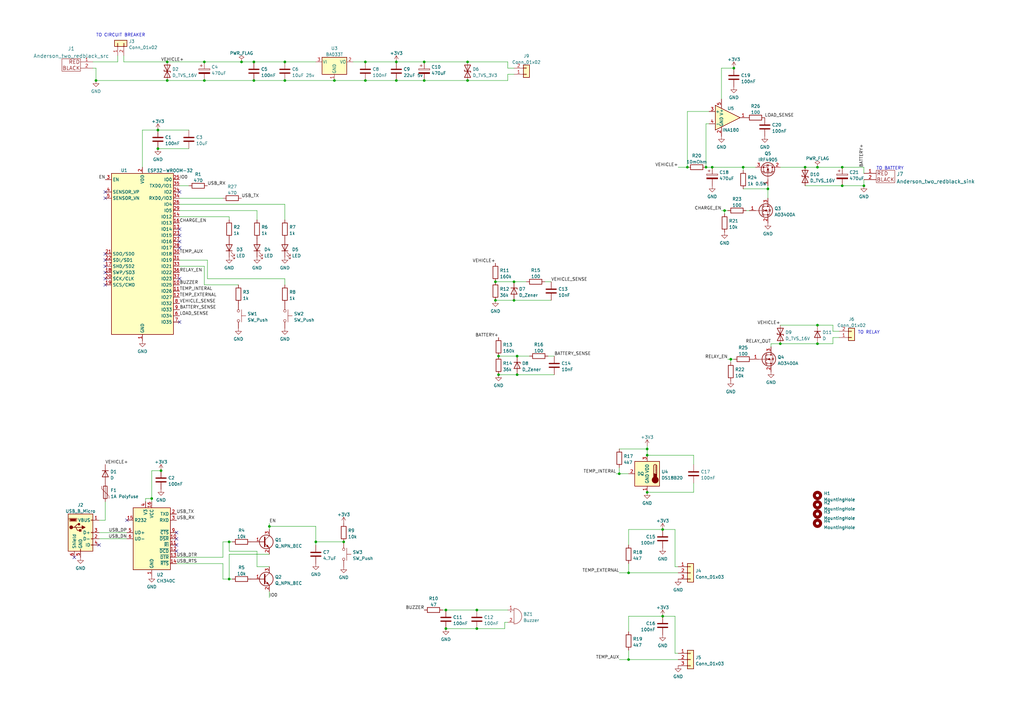
<source format=kicad_sch>
(kicad_sch (version 20211123) (generator eeschema)
  (paper "A3")
  (junction (at 182.88 250.19))
  (junction (at 212.09 146.05))
  (junction (at 354.33 76.2))
  (junction (at 345.44 68.58))
  (junction (at 210.82 123.19))
  (junction (at 116.84 25.4))
  (junction (at 182.88 257.81))
  (junction (at 129.54 222.25))
  (junction (at 191.77 33.02))
  (junction (at 204.47 153.67))
  (junction (at 281.94 68.58))
  (junction (at 257.81 270.51))
  (junction (at 204.47 146.05))
  (junction (at 320.04 140.97))
  (junction (at 203.2 115.57))
  (junction (at 68.58 25.4))
  (junction (at 254 194.31))
  (junction (at 335.28 133.35))
  (junction (at 110.49 215.9))
  (junction (at 62.23 204.47))
  (junction (at 330.2 68.58))
  (junction (at 64.77 53.34))
  (junction (at 173.99 25.4))
  (junction (at 104.14 33.02))
  (junction (at 271.78 252.73))
  (junction (at 304.8 68.58))
  (junction (at 162.56 25.4))
  (junction (at 335.28 68.58))
  (junction (at 289.56 68.58))
  (junction (at 210.82 115.57))
  (junction (at 173.99 33.02))
  (junction (at 99.06 25.4))
  (junction (at 212.09 153.67))
  (junction (at 257.81 234.95))
  (junction (at 93.98 222.25))
  (junction (at 93.98 237.49))
  (junction (at 83.82 33.02))
  (junction (at 300.99 27.94))
  (junction (at 195.58 250.19))
  (junction (at 297.18 86.36))
  (junction (at 64.77 60.96))
  (junction (at 104.14 25.4))
  (junction (at 39.37 33.02))
  (junction (at 116.84 33.02))
  (junction (at 203.2 123.19))
  (junction (at 345.44 76.2))
  (junction (at 195.58 257.81))
  (junction (at 140.97 222.25))
  (junction (at 271.78 217.17))
  (junction (at 68.58 33.02))
  (junction (at 335.28 140.97))
  (junction (at 292.1 68.58))
  (junction (at 299.72 147.32))
  (junction (at 83.82 25.4))
  (junction (at 149.86 33.02))
  (junction (at 265.43 186.69))
  (junction (at 137.16 33.02))
  (junction (at 265.43 184.15))
  (junction (at 191.77 25.4))
  (junction (at 149.86 25.4))
  (junction (at 265.43 201.93))
  (junction (at 162.56 33.02))
  (junction (at 66.04 193.04))
  (junction (at 314.96 77.47))
  (no_connect (at 73.66 93.98))
  (no_connect (at 73.66 96.52))
  (no_connect (at 43.18 106.68))
  (no_connect (at 43.18 78.74))
  (no_connect (at 43.18 111.76))
  (no_connect (at 73.66 78.74))
  (no_connect (at 43.18 104.14))
  (no_connect (at 43.18 114.3))
  (no_connect (at 73.66 101.6))
  (no_connect (at 43.18 109.22))
  (no_connect (at 73.66 114.3))
  (no_connect (at 73.66 132.08))
  (no_connect (at 73.66 99.06))
  (no_connect (at 43.18 81.28))
  (no_connect (at 43.18 116.84))
  (no_connect (at 72.39 226.06))
  (no_connect (at 40.64 223.52))
  (no_connect (at 72.39 218.44))
  (no_connect (at 72.39 223.52))
  (no_connect (at 52.07 213.36))
  (no_connect (at 30.48 228.6))
  (no_connect (at 72.39 220.98))
  (wire (pts (xy 345.44 68.58) (xy 354.33 68.58)))
  (wire (pts (xy 335.28 140.97) (xy 341.63 140.97)))
  (wire (pts (xy 354.33 68.58) (xy 354.33 71.12)))
  (wire (pts (xy 299.72 148.59) (xy 299.72 147.32)))
  (wire (pts (xy 210.82 123.19) (xy 226.06 123.19)))
  (wire (pts (xy 110.49 214.63) (xy 110.49 215.9)))
  (wire (pts (xy 104.14 33.02) (xy 116.84 33.02)))
  (wire (pts (xy 137.16 33.02) (xy 149.86 33.02)))
  (wire (pts (xy 212.09 146.05) (xy 217.17 146.05)))
  (wire (pts (xy 129.54 222.25) (xy 140.97 222.25)))
  (wire (pts (xy 85.09 114.3) (xy 116.84 114.3)))
  (wire (pts (xy 295.91 86.36) (xy 297.18 86.36)))
  (wire (pts (xy 295.91 27.94) (xy 300.99 27.94)))
  (wire (pts (xy 210.82 27.94) (xy 208.28 27.94)))
  (wire (pts (xy 83.82 33.02) (xy 104.14 33.02)))
  (wire (pts (xy 129.54 215.9) (xy 110.49 215.9)))
  (wire (pts (xy 208.28 27.94) (xy 208.28 25.4)))
  (wire (pts (xy 316.23 142.24) (xy 316.23 140.97)))
  (wire (pts (xy 208.28 30.48) (xy 210.82 30.48)))
  (wire (pts (xy 110.49 215.9) (xy 110.49 217.17)))
  (wire (pts (xy 210.82 115.57) (xy 215.9 115.57)))
  (wire (pts (xy 129.54 222.25) (xy 129.54 215.9)))
  (wire (pts (xy 304.8 68.58) (xy 309.88 68.58)))
  (wire (pts (xy 276.86 252.73) (xy 276.86 267.97)))
  (wire (pts (xy 110.49 227.33) (xy 93.98 227.33)))
  (wire (pts (xy 64.77 53.34) (xy 58.42 53.34)))
  (wire (pts (xy 40.64 218.44) (xy 52.07 218.44)))
  (wire (pts (xy 330.2 68.58) (xy 335.28 68.58)))
  (wire (pts (xy 73.66 106.68) (xy 85.09 106.68)))
  (wire (pts (xy 83.82 116.84) (xy 83.82 109.22)))
  (wire (pts (xy 195.58 257.81) (xy 182.88 257.81)))
  (wire (pts (xy 284.48 186.69) (xy 265.43 186.69)))
  (wire (pts (xy 64.77 53.34) (xy 77.47 53.34)))
  (wire (pts (xy 105.41 232.41) (xy 110.49 232.41)))
  (wire (pts (xy 62.23 193.04) (xy 62.23 204.47)))
  (wire (pts (xy 116.84 25.4) (xy 129.54 25.4)))
  (wire (pts (xy 149.86 33.02) (xy 162.56 33.02)))
  (wire (pts (xy 62.23 204.47) (xy 59.69 204.47)))
  (wire (pts (xy 116.84 33.02) (xy 137.16 33.02)))
  (wire (pts (xy 254 194.31) (xy 257.81 194.31)))
  (wire (pts (xy 289.56 50.8) (xy 290.83 50.8)))
  (wire (pts (xy 93.98 227.33) (xy 93.98 237.49)))
  (wire (pts (xy 95.25 237.49) (xy 93.98 237.49)))
  (wire (pts (xy 50.8 25.4) (xy 68.58 25.4)))
  (wire (pts (xy 304.8 68.58) (xy 304.8 69.85)))
  (wire (pts (xy 191.77 33.02) (xy 208.28 33.02)))
  (wire (pts (xy 344.17 135.89) (xy 341.63 135.89)))
  (wire (pts (xy 320.04 68.58) (xy 330.2 68.58)))
  (wire (pts (xy 73.66 88.9) (xy 93.98 88.9)))
  (wire (pts (xy 39.37 33.02) (xy 68.58 33.02)))
  (wire (pts (xy 99.06 25.4) (xy 104.14 25.4)))
  (wire (pts (xy 73.66 76.2) (xy 77.47 76.2)))
  (wire (pts (xy 110.49 245.11) (xy 110.49 242.57)))
  (wire (pts (xy 68.58 33.02) (xy 83.82 33.02)))
  (wire (pts (xy 316.23 140.97) (xy 320.04 140.97)))
  (wire (pts (xy 116.84 90.17) (xy 116.84 83.82)))
  (wire (pts (xy 59.69 204.47) (xy 59.69 205.74)))
  (wire (pts (xy 173.99 25.4) (xy 191.77 25.4)))
  (wire (pts (xy 93.98 226.06) (xy 105.41 226.06)))
  (wire (pts (xy 257.81 266.7) (xy 257.81 270.51)))
  (wire (pts (xy 93.98 90.17) (xy 93.98 88.9)))
  (wire (pts (xy 207.01 255.27) (xy 207.01 257.81)))
  (wire (pts (xy 40.64 213.36) (xy 43.18 213.36)))
  (wire (pts (xy 276.86 252.73) (xy 271.78 252.73)))
  (wire (pts (xy 91.44 228.6) (xy 91.44 222.25)))
  (wire (pts (xy 257.81 231.14) (xy 257.81 234.95)))
  (wire (pts (xy 104.14 25.4) (xy 116.84 25.4)))
  (wire (pts (xy 207.01 257.81) (xy 195.58 257.81)))
  (wire (pts (xy 38.1 27.94) (xy 39.37 27.94)))
  (wire (pts (xy 38.1 25.4) (xy 48.26 25.4)))
  (wire (pts (xy 295.91 40.64) (xy 295.91 27.94)))
  (wire (pts (xy 93.98 222.25) (xy 95.25 222.25)))
  (wire (pts (xy 354.33 73.66) (xy 354.33 76.2)))
  (wire (pts (xy 85.09 106.68) (xy 85.09 114.3)))
  (wire (pts (xy 257.81 217.17) (xy 271.78 217.17)))
  (wire (pts (xy 58.42 53.34) (xy 58.42 68.58)))
  (wire (pts (xy 276.86 217.17) (xy 271.78 217.17)))
  (wire (pts (xy 204.47 146.05) (xy 212.09 146.05)))
  (wire (pts (xy 208.28 33.02) (xy 208.28 30.48)))
  (wire (pts (xy 97.79 116.84) (xy 83.82 116.84)))
  (wire (pts (xy 335.28 68.58) (xy 345.44 68.58)))
  (wire (pts (xy 290.83 45.72) (xy 281.94 45.72)))
  (wire (pts (xy 149.86 25.4) (xy 162.56 25.4)))
  (wire (pts (xy 278.13 68.58) (xy 281.94 68.58)))
  (wire (pts (xy 195.58 250.19) (xy 208.28 250.19)))
  (wire (pts (xy 39.37 27.94) (xy 39.37 33.02)))
  (wire (pts (xy 105.41 90.17) (xy 105.41 86.36)))
  (wire (pts (xy 314.96 77.47) (xy 314.96 76.2)))
  (wire (pts (xy 203.2 115.57) (xy 210.82 115.57)))
  (wire (pts (xy 330.2 76.2) (xy 345.44 76.2)))
  (wire (pts (xy 306.07 86.36) (xy 307.34 86.36)))
  (wire (pts (xy 341.63 133.35) (xy 335.28 133.35)))
  (wire (pts (xy 212.09 153.67) (xy 227.33 153.67)))
  (wire (pts (xy 297.18 86.36) (xy 298.45 86.36)))
  (wire (pts (xy 224.79 146.05) (xy 227.33 146.05)))
  (wire (pts (xy 276.86 217.17) (xy 276.86 232.41)))
  (wire (pts (xy 105.41 86.36) (xy 73.66 86.36)))
  (wire (pts (xy 181.61 250.19) (xy 182.88 250.19)))
  (wire (pts (xy 64.77 60.96) (xy 77.47 60.96)))
  (wire (pts (xy 344.17 138.43) (xy 341.63 138.43)))
  (wire (pts (xy 66.04 193.04) (xy 62.23 193.04)))
  (wire (pts (xy 254 191.77) (xy 254 194.31)))
  (wire (pts (xy 265.43 184.15) (xy 265.43 186.69)))
  (wire (pts (xy 265.43 201.93) (xy 284.48 201.93)))
  (wire (pts (xy 284.48 198.12) (xy 284.48 201.93)))
  (wire (pts (xy 341.63 135.89) (xy 341.63 133.35)))
  (wire (pts (xy 276.86 232.41) (xy 278.13 232.41)))
  (wire (pts (xy 254 234.95) (xy 257.81 234.95)))
  (wire (pts (xy 93.98 222.25) (xy 93.98 226.06)))
  (wire (pts (xy 50.8 22.86) (xy 50.8 25.4)))
  (wire (pts (xy 93.98 237.49) (xy 91.44 237.49)))
  (wire (pts (xy 116.84 114.3) (xy 116.84 116.84)))
  (wire (pts (xy 162.56 25.4) (xy 173.99 25.4)))
  (wire (pts (xy 320.04 140.97) (xy 335.28 140.97)))
  (wire (pts (xy 257.81 270.51) (xy 278.13 270.51)))
  (wire (pts (xy 83.82 109.22) (xy 73.66 109.22)))
  (wire (pts (xy 203.2 123.19) (xy 210.82 123.19)))
  (wire (pts (xy 292.1 68.58) (xy 289.56 68.58)))
  (wire (pts (xy 144.78 25.4) (xy 149.86 25.4)))
  (wire (pts (xy 173.99 33.02) (xy 191.77 33.02)))
  (wire (pts (xy 40.64 220.98) (xy 52.07 220.98)))
  (wire (pts (xy 341.63 138.43) (xy 341.63 140.97)))
  (wire (pts (xy 304.8 77.47) (xy 314.96 77.47)))
  (wire (pts (xy 162.56 33.02) (xy 173.99 33.02)))
  (wire (pts (xy 252.73 194.31) (xy 254 194.31)))
  (wire (pts (xy 297.18 86.36) (xy 297.18 87.63)))
  (wire (pts (xy 292.1 68.58) (xy 304.8 68.58)))
  (wire (pts (xy 208.28 255.27) (xy 207.01 255.27)))
  (wire (pts (xy 83.82 25.4) (xy 99.06 25.4)))
  (wire (pts (xy 254 184.15) (xy 265.43 184.15)))
  (wire (pts (xy 314.96 77.47) (xy 314.96 81.28)))
  (wire (pts (xy 48.26 22.86) (xy 48.26 25.4)))
  (wire (pts (xy 281.94 45.72) (xy 281.94 68.58)))
  (wire (pts (xy 204.47 153.67) (xy 212.09 153.67)))
  (wire (pts (xy 254 270.51) (xy 257.81 270.51)))
  (wire (pts (xy 320.04 133.35) (xy 335.28 133.35)))
  (wire (pts (xy 62.23 204.47) (xy 62.23 205.74)))
  (wire (pts (xy 72.39 228.6) (xy 91.44 228.6)))
  (wire (pts (xy 345.44 76.2) (xy 354.33 76.2)))
  (wire (pts (xy 257.81 223.52) (xy 257.81 217.17)))
  (wire (pts (xy 43.18 205.74) (xy 43.18 213.36)))
  (wire (pts (xy 68.58 25.4) (xy 83.82 25.4)))
  (wire (pts (xy 265.43 182.88) (xy 265.43 184.15)))
  (wire (pts (xy 191.77 25.4) (xy 208.28 25.4)))
  (wire (pts (xy 182.88 250.19) (xy 195.58 250.19)))
  (wire (pts (xy 289.56 68.58) (xy 289.56 50.8)))
  (wire (pts (xy 105.41 226.06) (xy 105.41 232.41)))
  (wire (pts (xy 257.81 259.08) (xy 257.81 252.73)))
  (wire (pts (xy 257.81 234.95) (xy 278.13 234.95)))
  (wire (pts (xy 284.48 190.5) (xy 284.48 186.69)))
  (wire (pts (xy 129.54 223.52) (xy 129.54 222.25)))
  (wire (pts (xy 91.44 237.49) (xy 91.44 231.14)))
  (wire (pts (xy 72.39 231.14) (xy 91.44 231.14)))
  (wire (pts (xy 299.72 147.32) (xy 300.99 147.32)))
  (wire (pts (xy 298.45 147.32) (xy 299.72 147.32)))
  (wire (pts (xy 116.84 83.82) (xy 73.66 83.82)))
  (wire (pts (xy 223.52 115.57) (xy 226.06 115.57)))
  (wire (pts (xy 276.86 267.97) (xy 278.13 267.97)))
  (wire (pts (xy 73.66 81.28) (xy 91.44 81.28)))
  (wire (pts (xy 257.81 252.73) (xy 271.78 252.73)))
  (wire (pts (xy 91.44 222.25) (xy 93.98 222.25)))
  (text "TO RELAY" (at 351.79 137.16 0) (effects (font (size 1.27 1.27)) (justify left bottom)))
  (text "TO BATTERY" (at 359.41 69.85 0) (effects (font (size 1.27 1.27)) (justify left bottom)))
  (text "TO CIRCUIT BREAKER" (at 39.37 15.24 0) (effects (font (size 1.27 1.27)) (justify left bottom)))
  (label "VEHICLE+" (at 43.18 190.5 0))
  (label "USB_RX" (at 85.09 76.2 0))
  (label "LOAD_SENSE" (at 73.66 129.54 0))
  (label "VEHICLE+" (at 320.04 133.35 180))
  (label "TEMP_INTERAL" (at 252.73 194.31 180))
  (label "LOAD_SENSE" (at 313.69 48.26 0))
  (label "USB_DTR" (at 72.39 228.6 0))
  (label "USB_TX" (at 72.39 210.82 0))
  (label "USB_DP" (at 52.07 218.44 180))
  (label "USB_TX" (at 99.06 81.28 0))
  (label "RELAY_OUT" (at 316.23 140.97 180))
  (label "BUZZER" (at 73.66 116.84 0))
  (label "IO0" (at 110.49 245.11 0))
  (label "VEHICLE+" (at 66.04 25.4 0))
  (label "TEMP_AUX" (at 254 270.51 180))
  (label "CHARGE_EN" (at 73.66 91.44 0))
  (label "VEHICLE_SENSE" (at 226.06 115.57 0))
  (label "EN" (at 43.18 73.66 180))
  (label "BATTERY_SENSE" (at 227.33 146.05 0))
  (label "EN" (at 110.49 214.63 0))
  (label "BATTERY+" (at 354.33 68.58 90))
  (label "IO0" (at 73.66 73.66 0))
  (label "VEHICLE_SENSE" (at 73.66 124.46 0))
  (label "VEHICLE+" (at 278.13 68.58 180))
  (label "BATTERY+" (at 204.47 138.43 180))
  (label "USB_RX" (at 72.39 213.36 0))
  (label "TEMP_INTERAL" (at 73.66 119.38 0))
  (label "VEHICLE+" (at 203.2 107.95 180))
  (label "BATTERY_SENSE" (at 73.66 127 0))
  (label "RELAY_EN" (at 298.45 147.32 180))
  (label "TEMP_EXTERNAL" (at 254 234.95 180))
  (label "TEMP_AUX" (at 73.66 104.14 0))
  (label "RELAY_EN" (at 73.66 111.76 0))
  (label "USB_RTS" (at 72.39 231.14 0))
  (label "BUZZER" (at 173.99 250.19 180))
  (label "TEMP_EXTERNAL" (at 73.66 121.92 0))
  (label "CHARGE_EN" (at 295.91 86.36 180))
  (label "USB_DN" (at 52.07 220.98 180))
  (symbol (lib_id "Device:R") (at 204.47 149.86 0) (unit 1)
    (property "Reference" "R14" (at 206.248 149.0253 0) (effects (justify left)))
    (property "Value" "36k" (at 206.248 151.5622 0) (effects (justify left)))
    (property "Footprint" "Resistor_SMD:R_0603_1608Metric" (effects hide))
    (property "LCSC" "C23147" (effects hide))
  )
  (symbol (lib_id "Device:C") (at 149.86 29.21 0) (unit 1)
    (property "Reference" "C8" (at 152.781 28.3753 0) (effects (justify left)))
    (property "Value" "100nF" (at 152.781 30.9122 0) (effects (justify left)))
    (property "Footprint" "Capacitor_SMD:C_0402_1005Metric" (effects hide))
    (property "LCSC" "C307331" (effects hide))
  )
  (symbol (lib_id "power:GND") (at 58.42 139.7 0) (unit 1)
    (property "Reference" "#PWR03" (effects hide))
    (property "Value" "GND" (at 58.42 144.1434 0))
  )
  (symbol (lib_id "Transistor_FET:AO3400A") (at 312.42 86.36 0) (unit 1)
    (property "Reference" "Q3" (at 317.627 85.5253 0) (effects (justify left)))
    (property "Value" "AO3400A" (at 317.627 88.0622 0) (effects (justify left)))
    (property "Footprint" "Package_TO_SOT_SMD:SOT-23" (effects hide))
    (property "Datasheet" "http://www.aosmd.com/pdfs/datasheet/AO3400A.pdf" (effects hide))
    (property "LCSC" "C20917" (effects hide))
  )
  (symbol (lib_id "Device:R") (at 304.8 147.32 90) (unit 1)
    (property "Reference" "R25" (at 304.8 142.6042 90))
    (property "Value" "100" (at 304.8 145.1411 90))
    (property "Footprint" "Resistor_SMD:R_0402_1005Metric" (effects hide))
    (property "LCSC" "C25076" (effects hide))
  )
  (symbol (lib_id "Device:C") (at 116.84 29.21 0) (unit 1)
    (property "Reference" "C6" (at 119.761 28.3753 0) (effects (justify left)))
    (property "Value" "10uF 25v" (at 119.761 30.9122 0) (effects (justify left)))
    (property "Footprint" "Capacitor_SMD:C_0805_2012Metric" (effects hide))
    (property "LCSC" "C440198" (effects hide))
  )
  (symbol (lib_id "power:GND") (at 204.47 153.67 0) (unit 1)
    (property "Reference" "#PWR020" (effects hide))
    (property "Value" "GND" (at 204.47 158.1134 0))
  )
  (symbol (lib_id "Device:C") (at 195.58 254 0) (unit 1)
    (property "Reference" "C12" (at 198.501 253.1653 0) (effects (justify left)))
    (property "Value" "100nF" (at 198.501 255.7022 0) (effects (justify left)))
    (property "Footprint" "Capacitor_SMD:C_0402_1005Metric" (effects hide))
    (property "LCSC" "C307331" (effects hide))
  )
  (symbol (lib_id "power:GND") (at 116.84 105.41 0) (unit 1)
    (property "Reference" "#PWR012" (effects hide))
    (property "Value" "GND" (at 116.84 109.8534 0))
  )
  (symbol (lib_id "power:GND") (at 316.23 152.4 0) (unit 1)
    (property "Reference" "#PWR037" (effects hide))
    (property "Value" "GND" (at 316.23 156.8434 0))
  )
  (symbol (lib_id "Connector_Generic:Conn_01x02") (at 349.25 138.43 0) (mirror x) (unit 1)
    (property "Reference" "J6" (at 349.25 130.9202 0))
    (property "Value" "Conn_01x02" (at 349.25 133.4571 0))
    (property "Footprint" "Homebrew:MiniPV_76384-X02XX_1x02_P2.54mm_Vertical" (effects hide))
  )
  (symbol (lib_id "Homebrew:BA033T") (at 137.16 25.4 0) (unit 1)
    (property "Reference" "U3" (at 137.16 19.7952 0))
    (property "Value" "BA033T" (at 137.16 22.3321 0))
    (property "Footprint" "Package_TO_SOT_THT:TO-220-3_Vertical" (effects hide))
    (property "Datasheet" "https://media.digikey.com/pdf/Data%20Sheets/Rohm%20PDFs/BAOOT,FP%20Series.pdf" (effects hide))
    (property "MPN" "BA033T" (effects hide))
  )
  (symbol (lib_id "Device:C") (at 66.04 196.85 180) (unit 1)
    (property "Reference" "C2" (at 68.961 196.0153 0) (effects (justify right)))
    (property "Value" "100nF" (at 68.961 198.5522 0) (effects (justify right)))
    (property "Footprint" "Capacitor_SMD:C_0402_1005Metric" (effects hide))
    (property "LCSC" "C307331" (effects hide))
  )
  (symbol (lib_id "power:GND") (at 129.54 231.14 0) (unit 1)
    (property "Reference" "#PWR014" (effects hide))
    (property "Value" "GND" (at 129.54 235.5834 0))
  )
  (symbol (lib_id "power:+3V3") (at 66.04 193.04 0) (unit 1)
    (property "Reference" "#PWR07" (effects hide))
    (property "Value" "+3V3" (at 66.04 189.4642 0))
  )
  (symbol (lib_id "power:GND") (at 295.91 55.88 0) (unit 1)
    (property "Reference" "#PWR030" (effects hide))
    (property "Value" "GND" (at 295.91 60.3234 0))
  )
  (symbol (lib_id "power:GND") (at 105.41 105.41 0) (unit 1)
    (property "Reference" "#PWR011" (effects hide))
    (property "Value" "GND" (at 105.41 109.8534 0))
  )
  (symbol (lib_id "power:PWR_FLAG") (at 99.06 25.4 0) (unit 1)
    (property "Reference" "#FLG01" (effects hide))
    (property "Value" "PWR_FLAG" (at 99.06 21.8242 0))
  )
  (symbol (lib_id "power:GND") (at 271.78 224.79 0) (mirror y) (unit 1)
    (property "Reference" "#PWR024" (effects hide))
    (property "Value" "GND" (at 271.78 229.2334 0))
  )
  (symbol (lib_id "Connector_Generic:Conn_01x02") (at 48.26 17.78 90) (unit 1)
    (property "Reference" "J3" (at 52.832 16.9453 90) (effects (justify right)))
    (property "Value" "Conn_01x02" (at 52.832 19.4822 90) (effects (justify right)))
    (property "Footprint" "Homebrew:SolderWire-12AWG_1x02" (effects hide))
    (property "MPN" "W51-A152A1-15" (effects hide))
  )
  (symbol (lib_id "Device:C") (at 129.54 227.33 0) (unit 1)
    (property "Reference" "C7" (at 132.461 226.4953 0) (effects (justify left)))
    (property "Value" "4.7uF" (at 132.461 229.0322 0) (effects (justify left)))
    (property "Footprint" "Capacitor_SMD:C_0402_1005Metric" (effects hide))
    (property "LCSC" "C23733" (effects hide))
  )
  (symbol (lib_id "Device:R") (at 204.47 142.24 0) (unit 1)
    (property "Reference" "R13" (at 206.248 141.4053 0) (effects (justify left)))
    (property "Value" "160k" (at 206.248 143.9422 0) (effects (justify left)))
    (property "Footprint" "Resistor_SMD:R_0603_1608Metric" (effects hide))
    (property "LCSC" "0603" (effects hide))
  )
  (symbol (lib_id "Connector_Generic:Conn_01x03") (at 283.21 270.51 0) (unit 1)
    (property "Reference" "J5" (at 285.242 269.6753 0) (effects (justify left)))
    (property "Value" "Conn_01x03" (at 285.242 272.2122 0) (effects (justify left)))
    (property "Footprint" "Homebrew:MiniPV_69167-X03XXX_1x03_P2.54mm_Polarized_Vertical" (effects hide))
  )
  (symbol (lib_id "Device:C") (at 64.77 57.15 0) (unit 1)
    (property "Reference" "C1" (at 67.691 56.3153 0) (effects (justify left)))
    (property "Value" "100nF" (at 67.691 58.8522 0) (effects (justify left)))
    (property "Footprint" "Capacitor_SMD:C_0402_1005Metric" (effects hide))
    (property "LCSC" "C307331" (effects hide))
  )
  (symbol (lib_id "power:GND") (at 278.13 237.49 0) (unit 1)
    (property "Reference" "#PWR027" (effects hide))
    (property "Value" "GND" (at 278.13 241.9334 0))
  )
  (symbol (lib_id "Device:C") (at 313.69 52.07 0) (unit 1)
    (property "Reference" "C20" (at 316.611 51.2353 0) (effects (justify left)))
    (property "Value" "100nF" (at 316.611 53.7722 0) (effects (justify left)))
    (property "Footprint" "Capacitor_SMD:C_0402_1005Metric" (effects hide))
    (property "LCSC" "C307331" (effects hide))
  )
  (symbol (lib_id "Device:C") (at 182.88 254 0) (unit 1)
    (property "Reference" "C11" (at 185.801 253.1653 0) (effects (justify left)))
    (property "Value" "100nF" (at 185.801 255.7022 0) (effects (justify left)))
    (property "Footprint" "Capacitor_SMD:C_0402_1005Metric" (effects hide))
    (property "LCSC" "C307331" (effects hide))
  )
  (symbol (lib_id "Mechanical:MountingHole") (at 335.28 210.82 0) (unit 1)
    (property "Reference" "H3" (at 337.82 209.9853 0) (effects (justify left)))
    (property "Value" "MountingHole" (at 337.82 212.5222 0) (effects (justify left)))
    (property "Footprint" "MountingHole:MountingHole_3.2mm_M3" (effects hide))
  )
  (symbol (lib_id "Device:C") (at 271.78 256.54 0) (mirror y) (unit 1)
    (property "Reference" "C16" (at 268.859 255.7053 0) (effects (justify left)))
    (property "Value" "100nF" (at 268.859 258.2422 0) (effects (justify left)))
    (property "Footprint" "Capacitor_SMD:C_0402_1005Metric" (effects hide))
    (property "LCSC" "C307331" (effects hide))
  )
  (symbol (lib_id "Device:C") (at 300.99 31.75 0) (unit 1)
    (property "Reference" "C19" (at 303.911 30.9153 0) (effects (justify left)))
    (property "Value" "100nF" (at 303.911 33.4522 0) (effects (justify left)))
    (property "Footprint" "Capacitor_SMD:C_0402_1005Metric" (effects hide))
    (property "LCSC" "C307331" (effects hide))
  )
  (symbol (lib_id "Device:R") (at 254 187.96 0) (unit 1)
    (property "Reference" "R17" (at 255.778 187.1253 0) (effects (justify left)))
    (property "Value" "4k7" (at 255.778 189.6622 0) (effects (justify left)))
    (property "Footprint" "Resistor_SMD:R_0402_1005Metric" (effects hide))
    (property "LCSC" "C25900" (effects hide))
  )
  (symbol (lib_id "Switch:SW_Push") (at 116.84 129.54 270) (unit 1)
    (property "Reference" "SW2" (at 120.523 128.7053 90) (effects (justify left)))
    (property "Value" "SW_Push" (at 120.523 131.2422 90) (effects (justify left)))
    (property "Footprint" "Homebrew:SW_TACTILE_5.1MM_TS-1187A-C-D-B" (effects hide))
    (property "LCSC" "C318884" (effects hide))
  )
  (symbol (lib_id "power:+3V3") (at 300.99 27.94 0) (unit 1)
    (property "Reference" "#PWR033" (effects hide))
    (property "Value" "+3V3" (at 300.99 24.3642 0))
  )
  (symbol (lib_id "Device:D_TVS") (at 191.77 29.21 90) (unit 1)
    (property "Reference" "D6" (at 193.802 28.3753 90) (effects (justify right)))
    (property "Value" "D_TVS_3V3" (at 193.802 30.9122 90) (effects (justify right)))
    (property "Footprint" "Diode_SMD:D_SMB" (effects hide))
    (property "MPN" "SMBJ4CA" (effects hide))
  )
  (symbol (lib_id "Device:D_TVS") (at 68.58 29.21 90) (unit 1)
    (property "Reference" "D2" (at 70.612 28.3753 90) (effects (justify right)))
    (property "Value" "D_TVS_16V" (at 70.612 30.9122 90) (effects (justify right)))
    (property "Footprint" "Diode_SMD:D_SMB" (effects hide))
    (property "MPN" "SMBJ16CA" (effects hide))
  )
  (symbol (lib_id "Device:C") (at 226.06 119.38 0) (unit 1)
    (property "Reference" "C13" (at 228.981 118.5453 0) (effects (justify left)))
    (property "Value" "10nF" (at 228.981 121.0822 0) (effects (justify left)))
    (property "Footprint" "Capacitor_SMD:C_0402_1005Metric" (effects hide))
    (property "LCSC" "0402" (effects hide))
  )
  (symbol (lib_id "Device:R") (at 257.81 262.89 0) (unit 1)
    (property "Reference" "R19" (at 259.588 262.0553 0) (effects (justify left)))
    (property "Value" "4k7" (at 259.588 264.5922 0) (effects (justify left)))
    (property "Footprint" "Resistor_SMD:R_0402_1005Metric" (effects hide))
    (property "LCSC" "C25900" (effects hide))
  )
  (symbol (lib_id "Device:LED") (at 93.98 101.6 90) (unit 1)
    (property "Reference" "D3" (at 96.901 102.3528 90) (effects (justify right)))
    (property "Value" "LED" (at 96.901 104.8897 90) (effects (justify right)))
    (property "Footprint" "LED_SMD:LED_0603_1608Metric" (effects hide))
    (property "LCSC" "C2286" (effects hide))
  )
  (symbol (lib_id "Device:R") (at 93.98 93.98 180) (unit 1)
    (property "Reference" "R2" (at 95.758 93.1453 0) (effects (justify right)))
    (property "Value" "1k" (at 95.758 95.6822 0) (effects (justify right)))
    (property "Footprint" "Resistor_SMD:R_0402_1005Metric" (effects hide))
    (property "LCSC" "C11702" (effects hide))
  )
  (symbol (lib_id "Device:C") (at 284.48 194.31 0) (unit 1)
    (property "Reference" "C17" (at 287.401 193.4753 0) (effects (justify left)))
    (property "Value" "100nF" (at 287.401 196.0122 0) (effects (justify left)))
    (property "Footprint" "Capacitor_SMD:C_0402_1005Metric" (effects hide))
    (property "LCSC" "C307331" (effects hide))
  )
  (symbol (lib_id "Device:R") (at 304.8 73.66 180) (unit 1)
    (property "Reference" "R24" (at 306.578 72.8253 0) (effects (justify right)))
    (property "Value" "1k 0.5W" (at 306.578 75.3622 0) (effects (justify right)))
    (property "Footprint" "Resistor_SMD:R_2512_6332Metric_Pad1.40x3.35mm_HandSolder" (effects hide))
    (property "MPN" "CRM2512-JW-102ELF" (effects hide))
  )
  (symbol (lib_id "Device:Q_NPN_BEC") (at 107.95 222.25 0) (unit 1)
    (property "Reference" "Q1" (at 112.8014 221.4153 0) (effects (justify left)))
    (property "Value" "Q_NPN_BEC" (at 112.8014 223.9522 0) (effects (justify left)))
    (property "Footprint" "Package_TO_SOT_SMD:SOT-23" (effects hide))
    (property "LCSC" "C2150" (effects hide))
  )
  (symbol (lib_id "Device:R") (at 105.41 93.98 180) (unit 1)
    (property "Reference" "R6" (at 107.188 93.1453 0) (effects (justify right)))
    (property "Value" "1k" (at 107.188 95.6822 0) (effects (justify right)))
    (property "Footprint" "Resistor_SMD:R_0402_1005Metric" (effects hide))
    (property "LCSC" "C11702" (effects hide))
  )
  (symbol (lib_id "Device:R") (at 219.71 115.57 90) (unit 1)
    (property "Reference" "R15" (at 219.71 110.8542 90))
    (property "Value" "100" (at 219.71 113.3911 90))
    (property "Footprint" "Resistor_SMD:R_0402_1005Metric" (effects hide))
    (property "LCSC" "C25076" (effects hide))
  )
  (symbol (lib_id "power:GND") (at 278.13 273.05 0) (unit 1)
    (property "Reference" "#PWR028" (effects hide))
    (property "Value" "GND" (at 278.13 277.4934 0))
  )
  (symbol (lib_id "Amplifier_Current:INA180") (at 298.45 48.26 0) (unit 1)
    (property "Reference" "U5" (at 299.72 44.45 0))
    (property "Value" "INA180" (at 299.72 53.34 0))
    (property "Footprint" "Package_TO_SOT_SMD:SOT-23-5" (effects hide))
    (property "Datasheet" "http://www.ti.com/lit/ds/symlink/ina180.pdf" (effects hide))
    (property "LCSC" "C192764" (effects hide))
    (property "MPN" "INA180A1IDBVR" (effects hide))
  )
  (symbol (lib_id "Device:C_Polarized") (at 292.1 72.39 0) (unit 1)
    (property "Reference" "C18" (at 295.021 70.6663 0) (effects (justify left)))
    (property "Value" "470uF" (at 295.021 73.2032 0) (effects (justify left)))
    (property "Footprint" "Capacitor_THT:CP_Radial_D10.0mm_P5.00mm" (effects hide))
  )
  (symbol (lib_id "Device:R") (at 309.88 48.26 90) (unit 1)
    (property "Reference" "R26" (at 309.88 43.5442 90))
    (property "Value" "100" (at 309.88 46.0811 90))
    (property "Footprint" "Resistor_SMD:R_0402_1005Metric" (effects hide))
    (property "LCSC" "C25076" (effects hide))
  )
  (symbol (lib_id "power:GND") (at 292.1 76.2 0) (unit 1)
    (property "Reference" "#PWR029" (effects hide))
    (property "Value" "GND" (at 292.1 80.6434 0))
  )
  (symbol (lib_id "power:PWR_FLAG") (at 335.28 68.58 0) (unit 1)
    (property "Reference" "#FLG02" (effects hide))
    (property "Value" "PWR_FLAG" (at 335.28 65.0042 0))
  )
  (symbol (lib_id "Homebrew:Anderson_two_redblack_src") (at 29.21 26.67 0) (mirror y) (unit 1)
    (property "Reference" "J1" (at 29.21 19.9462 0) (effects (font (size 1.524 1.524))))
    (property "Value" "Anderson_two_redblack_src" (at 29.21 22.9396 0) (effects (font (size 1.524 1.524))))
    (property "Footprint" "Homebrew:Anderson_1336G1_right_angle_bottom_two" (effects hide))
  )
  (symbol (lib_id "Device:R") (at 302.26 86.36 90) (unit 1)
    (property "Reference" "R23" (at 302.26 81.6442 90))
    (property "Value" "100" (at 302.26 84.1811 90))
    (property "Footprint" "Resistor_SMD:R_0402_1005Metric" (effects hide))
    (property "LCSC" "C25076" (effects hide))
  )
  (symbol (lib_id "Mechanical:MountingHole") (at 335.28 203.2 0) (unit 1)
    (property "Reference" "H1" (at 337.82 202.3653 0) (effects (justify left)))
    (property "Value" "MountingHole" (at 337.82 204.9022 0) (effects (justify left)))
    (property "Footprint" "MountingHole:MountingHole_3.2mm_M3" (effects hide))
  )
  (symbol (lib_id "Device:R") (at 203.2 119.38 0) (unit 1)
    (property "Reference" "R12" (at 204.978 118.5453 0) (effects (justify left)))
    (property "Value" "36k" (at 204.978 121.0822 0) (effects (justify left)))
    (property "Footprint" "Resistor_SMD:R_0603_1608Metric" (effects hide))
    (property "LCSC" "C23147" (effects hide))
  )
  (symbol (lib_id "Device:C") (at 162.56 29.21 0) (unit 1)
    (property "Reference" "C9" (at 165.481 28.3753 0) (effects (justify left)))
    (property "Value" "22uF 5v" (at 165.481 30.9122 0) (effects (justify left)))
    (property "Footprint" "Capacitor_SMD:C_1206_3216Metric" (effects hide))
    (property "LCSC" "C12891" (effects hide))
  )
  (symbol (lib_id "power:GND") (at 314.96 91.44 0) (unit 1)
    (property "Reference" "#PWR036" (effects hide))
    (property "Value" "GND" (at 314.96 95.8834 0))
  )
  (symbol (lib_id "power:GND") (at 140.97 232.41 0) (unit 1)
    (property "Reference" "#PWR016" (effects hide))
    (property "Value" "GND" (at 140.97 236.8534 0))
  )
  (symbol (lib_id "power:GND") (at 39.37 33.02 0) (unit 1)
    (property "Reference" "#PWR02" (effects hide))
    (property "Value" "GND" (at 39.37 37.4634 0))
  )
  (symbol (lib_id "power:+3V3") (at 162.56 25.4 0) (unit 1)
    (property "Reference" "#PWR017" (effects hide))
    (property "Value" "+3V3" (at 162.56 21.8242 0))
  )
  (symbol (lib_id "power:GND") (at 62.23 236.22 0) (unit 1)
    (property "Reference" "#PWR04" (effects hide))
    (property "Value" "GND" (at 62.23 240.6634 0))
  )
  (symbol (lib_id "Device:R") (at 95.25 81.28 90) (unit 1)
    (property "Reference" "R27" (at 95.25 76.5642 90))
    (property "Value" "470" (at 95.25 79.1011 90))
    (property "Footprint" "Resistor_SMD:R_0402_1005Metric" (effects hide))
    (property "LCSC" "C25117" (effects hide))
  )
  (symbol (lib_id "power:GND") (at 297.18 95.25 0) (unit 1)
    (property "Reference" "#PWR031" (effects hide))
    (property "Value" "GND" (at 297.18 99.6934 0))
  )
  (symbol (lib_id "power:GND") (at 182.88 257.81 0) (unit 1)
    (property "Reference" "#PWR018" (effects hide))
    (property "Value" "GND" (at 182.88 262.2534 0))
  )
  (symbol (lib_id "Device:R") (at 81.28 76.2 90) (unit 1)
    (property "Reference" "R1" (at 81.28 71.4842 90))
    (property "Value" "470" (at 81.28 74.0211 90))
    (property "Footprint" "Resistor_SMD:R_0402_1005Metric" (effects hide))
    (property "LCSC" "C25117" (effects hide))
  )
  (symbol (lib_id "power:GND") (at 66.04 200.66 0) (unit 1)
    (property "Reference" "#PWR08" (effects hide))
    (property "Value" "GND" (at 66.04 205.1034 0))
  )
  (symbol (lib_id "Device:LED") (at 105.41 101.6 90) (unit 1)
    (property "Reference" "D4" (at 108.331 102.3528 90) (effects (justify right)))
    (property "Value" "LED" (at 108.331 104.8897 90) (effects (justify right)))
    (property "Footprint" "LED_SMD:LED_0603_1608Metric" (effects hide))
    (property "LCSC" "C2286" (effects hide))
  )
  (symbol (lib_id "Device:C") (at 271.78 220.98 0) (mirror y) (unit 1)
    (property "Reference" "C15" (at 268.859 220.1453 0) (effects (justify left)))
    (property "Value" "100nF" (at 268.859 222.6822 0) (effects (justify left)))
    (property "Footprint" "Capacitor_SMD:C_0402_1005Metric" (effects hide))
    (property "LCSC" "C307331" (effects hide))
  )
  (symbol (lib_id "Device:R") (at 257.81 227.33 0) (unit 1)
    (property "Reference" "R18" (at 259.588 226.4953 0) (effects (justify left)))
    (property "Value" "4k7" (at 259.588 229.0322 0) (effects (justify left)))
    (property "Footprint" "Resistor_SMD:R_0402_1005Metric" (effects hide))
    (property "LCSC" "C25900" (effects hide))
  )
  (symbol (lib_id "Device:R") (at 203.2 111.76 0) (unit 1)
    (property "Reference" "R11" (at 204.978 110.9253 0) (effects (justify left)))
    (property "Value" "160k" (at 204.978 113.4622 0) (effects (justify left)))
    (property "Footprint" "Resistor_SMD:R_0603_1608Metric" (effects hide))
    (property "LCSC" "0603" (effects hide))
  )
  (symbol (lib_id "Mechanical:MountingHole") (at 335.28 214.63 0) (unit 1)
    (property "Reference" "H4" (at 337.82 213.7953 0) (effects (justify left)))
    (property "Value" "MountingHole" (at 337.82 216.3322 0) (effects (justify left)))
    (property "Footprint" "MountingHole:MountingHole_3.2mm_M3" (effects hide))
  )
  (symbol (lib_id "power:GND") (at 97.79 134.62 0) (unit 1)
    (property "Reference" "#PWR010" (effects hide))
    (property "Value" "GND" (at 97.79 139.0634 0))
  )
  (symbol (lib_id "Device:LED") (at 116.84 101.6 90) (unit 1)
    (property "Reference" "D5" (at 119.761 102.3528 90) (effects (justify right)))
    (property "Value" "LED" (at 119.761 104.8897 90) (effects (justify right)))
    (property "Footprint" "LED_SMD:LED_0603_1608Metric" (effects hide))
    (property "LCSC" "C2286" (effects hide))
  )
  (symbol (lib_id "Interface_USB:CH340C") (at 62.23 220.98 0) (unit 1)
    (property "Reference" "U2" (at 64.2494 235.7104 0) (effects (justify left)))
    (property "Value" "CH340C" (at 64.2494 238.2473 0) (effects (justify left)))
    (property "Footprint" "Package_SO:SOIC-16_3.9x9.9mm_P1.27mm" (effects hide))
    (property "Datasheet" "https://datasheet.lcsc.com/szlcsc/Jiangsu-Qin-Heng-CH340C_C84681.pdf" (effects hide))
    (property "LCSC" "C84681" (effects hide))
  )
  (symbol (lib_id "power:GND") (at 116.84 134.62 0) (unit 1)
    (property "Reference" "#PWR013" (effects hide))
    (property "Value" "GND" (at 116.84 139.0634 0))
  )
  (symbol (lib_id "Device:D_TVS") (at 320.04 137.16 270) (unit 1)
    (property "Reference" "D9" (at 322.072 136.3253 90) (effects (justify left)))
    (property "Value" "D_TVS_16V" (at 322.072 138.8622 90) (effects (justify left)))
    (property "Footprint" "Diode_SMD:D_SMB" (effects hide))
    (property "MPN" "SMBJ16CA" (effects hide))
  )
  (symbol (lib_id "Device:C_Polarized") (at 345.44 72.39 0) (unit 1)
    (property "Reference" "C21" (at 348.361 70.6663 0) (effects (justify left)))
    (property "Value" "470uF" (at 348.361 73.2032 0) (effects (justify left)))
    (property "Footprint" "Capacitor_THT:CP_Radial_D10.0mm_P5.00mm" (effects hide))
  )
  (symbol (lib_id "Device:C") (at 227.33 149.86 0) (unit 1)
    (property "Reference" "C14" (at 230.251 149.0253 0) (effects (justify left)))
    (property "Value" "10nF" (at 230.251 151.5622 0) (effects (justify left)))
    (property "Footprint" "Capacitor_SMD:C_0402_1005Metric" (effects hide))
    (property "LCSC" "0402" (effects hide))
  )
  (symbol (lib_id "Device:C_Polarized") (at 173.99 29.21 0) (unit 1)
    (property "Reference" "C10" (at 176.911 27.4863 0) (effects (justify left)))
    (property "Value" "470uF" (at 176.911 30.0232 0) (effects (justify left)))
    (property "Footprint" "Capacitor_THT:CP_Radial_D10.0mm_P5.00mm" (effects hide))
  )
  (symbol (lib_id "power:GND") (at 300.99 35.56 0) (unit 1)
    (property "Reference" "#PWR034" (effects hide))
    (property "Value" "GND" (at 300.99 40.0034 0))
  )
  (symbol (lib_id "Device:R") (at 297.18 91.44 180) (unit 1)
    (property "Reference" "R21" (at 298.958 90.6053 0) (effects (justify right)))
    (property "Value" "10k" (at 298.958 93.1422 0) (effects (justify right)))
    (property "Footprint" "Resistor_SMD:R_0402_1005Metric" (effects hide))
    (property "LCSC" "C25744" (effects hide))
  )
  (symbol (lib_id "power:GND") (at 271.78 260.35 0) (mirror y) (unit 1)
    (property "Reference" "#PWR026" (effects hide))
    (property "Value" "GND" (at 271.78 264.7934 0))
  )
  (symbol (lib_id "Mechanical:MountingHole") (at 335.28 207.01 0) (unit 1)
    (property "Reference" "H2" (at 337.82 206.1753 0) (effects (justify left)))
    (property "Value" "MountingHole" (at 337.82 208.7122 0) (effects (justify left)))
    (property "Footprint" "MountingHole:MountingHole_3.2mm_M3" (effects hide))
  )
  (symbol (lib_id "Transistor_FET:IRF4905") (at 314.96 71.12 270) (mirror x) (unit 1)
    (property "Reference" "Q5" (at 314.96 62.9752 90))
    (property "Value" "IRF4905" (at 314.96 65.5121 90))
    (property "Footprint" "Package_TO_SOT_THT:TO-220-3_Vertical" (effects hide))
    (property "Datasheet" "http://www.infineon.com/dgdl/irf4905.pdf?fileId=5546d462533600a4015355e32165197c" (effects hide))
    (property "MPN" "IRF4905PBF" (effects hide))
  )
  (symbol (lib_id "Device:D_TVS") (at 330.2 72.39 270) (unit 1)
    (property "Reference" "D10" (at 332.232 71.5553 90) (effects (justify left)))
    (property "Value" "D_TVS_16V" (at 332.232 74.0922 90) (effects (justify left)))
    (property "Footprint" "Diode_SMD:D_SMB" (effects hide))
    (property "MPN" "SMBJ16CA" (effects hide))
  )
  (symbol (lib_id "power:+3V3") (at 271.78 252.73 0) (mirror y) (unit 1)
    (property "Reference" "#PWR025" (effects hide))
    (property "Value" "+3V3" (at 271.78 249.1542 0))
  )
  (symbol (lib_id "Homebrew:Anderson_two_redblack_sink") (at 363.22 72.39 0) (unit 1)
    (property "Reference" "J7" (at 367.665 71.4138 0) (effects (font (size 1.524 1.524)) (justify left)))
    (property "Value" "Anderson_two_redblack_sink" (at 367.665 74.4072 0) (effects (font (size 1.524 1.524)) (justify left)))
    (property "Footprint" "Homebrew:Anderson_1336G1_right_angle_bottom_two" (effects hide))
  )
  (symbol (lib_id "Connector_Generic:Conn_01x03") (at 283.21 234.95 0) (unit 1)
    (property "Reference" "J4" (at 285.242 234.1153 0) (effects (justify left)))
    (property "Value" "Conn_01x03" (at 285.242 236.6522 0) (effects (justify left)))
    (property "Footprint" "Homebrew:MiniPV_69167-X03XXX_1x03_P2.54mm_Polarized_Vertical" (effects hide))
  )
  (symbol (lib_id "Device:C_Polarized") (at 83.82 29.21 0) (unit 1)
    (property "Reference" "C4" (at 86.741 27.4863 0) (effects (justify left)))
    (property "Value" "470uF" (at 86.741 30.0232 0) (effects (justify left)))
    (property "Footprint" "Capacitor_THT:CP_Radial_D10.0mm_P5.00mm" (effects hide))
  )
  (symbol (lib_id "power:GND") (at 299.72 156.21 0) (unit 1)
    (property "Reference" "#PWR032" (effects hide))
    (property "Value" "GND" (at 299.72 160.6534 0))
  )
  (symbol (lib_id "power:GND") (at 265.43 201.93 0) (unit 1)
    (property "Reference" "#PWR022" (effects hide))
    (property "Value" "GND" (at 265.43 206.3734 0))
  )
  (symbol (lib_id "Device:Buzzer") (at 210.82 252.73 0) (unit 1)
    (property "Reference" "BZ1" (at 214.63 251.8953 0) (effects (justify left)))
    (property "Value" "Buzzer" (at 214.63 254.4322 0) (effects (justify left)))
    (property "Footprint" "Homebrew:MURATA_PKM13EPYH4000-A0" (effects hide))
    (property "MPN" "PKM13EPYH4000-A0" (effects hide))
  )
  (symbol (lib_id "Switch:SW_Push") (at 97.79 129.54 270) (unit 1)
    (property "Reference" "SW1" (at 101.473 128.7053 90) (effects (justify left)))
    (property "Value" "SW_Push" (at 101.473 131.2422 90) (effects (justify left)))
    (property "Footprint" "Homebrew:SW_TACTILE_5.1MM_TS-1187A-C-D-B" (effects hide))
    (property "LCSC" "C318884" (effects hide))
  )
  (symbol (lib_id "Device:R") (at 97.79 120.65 180) (unit 1)
    (property "Reference" "R3" (at 99.568 119.8153 0) (effects (justify right)))
    (property "Value" "1k" (at 99.568 122.3522 0) (effects (justify right)))
    (property "Footprint" "Resistor_SMD:R_0402_1005Metric" (effects hide))
    (property "LCSC" "C11702" (effects hide))
  )
  (symbol (lib_id "Switch:SW_Push") (at 140.97 227.33 270) (unit 1)
    (property "Reference" "SW3" (at 144.653 226.4953 90) (effects (justify left)))
    (property "Value" "SW_Push" (at 144.653 229.0322 90) (effects (justify left)))
    (property "Footprint" "Homebrew:SW_TACTILE_5.1MM_TS-1187A-C-D-B" (effects hide))
    (property "LCSC" "C318884" (effects hide))
  )
  (symbol (lib_id "Device:D_Zener") (at 212.09 149.86 270) (unit 1)
    (property "Reference" "D8" (at 214.122 149.0253 90) (effects (justify left)))
    (property "Value" "D_Zener" (at 214.122 151.5622 90) (effects (justify left)))
    (property "Footprint" "Diode_SMD:D_MiniMELF" (effects hide))
    (property "LCSC" "C8056" (effects hide))
  )
  (symbol (lib_id "power:+3V3") (at 265.43 182.88 0) (unit 1)
    (property "Reference" "#PWR021" (effects hide))
    (property "Value" "+3V3" (at 265.43 179.3042 0))
  )
  (symbol (lib_id "power:GND") (at 203.2 123.19 0) (unit 1)
    (property "Reference" "#PWR019" (effects hide))
    (property "Value" "GND" (at 203.2 127.6334 0))
  )
  (symbol (lib_id "Device:R") (at 140.97 218.44 0) (unit 1)
    (property "Reference" "R9" (at 142.748 217.6053 0) (effects (justify left)))
    (property "Value" "10k" (at 142.748 220.1422 0) (effects (justify left)))
    (property "Footprint" "Resistor_SMD:R_0402_1005Metric" (effects hide))
    (property "LCSC" "C25744" (effects hide))
  )
  (symbol (lib_id "Device:D") (at 43.18 194.31 270) (unit 1)
    (property "Reference" "D1" (at 45.212 193.4753 90) (effects (justify left)))
    (property "Value" "D" (at 45.212 196.0122 90) (effects (justify left)))
    (property "Footprint" "Diode_SMD:D_SOD-323" (effects hide))
    (property "LCSC" "C191023" (effects hide))
  )
  (symbol (lib_id "Device:C") (at 77.47 57.15 0) (unit 1)
    (property "Reference" "C3" (at 80.391 56.3153 0) (effects (justify left)))
    (property "Value" "10uF" (at 80.391 58.8522 0) (effects (justify left)))
    (property "Footprint" "Capacitor_SMD:C_0603_1608Metric" (effects hide))
    (property "LCSC" "C96446" (effects hide))
  )
  (symbol (lib_id "power:GND") (at 313.69 55.88 0) (unit 1)
    (property "Reference" "#PWR035" (effects hide))
    (property "Value" "GND" (at 313.69 60.3234 0))
  )
  (symbol (lib_id "Device:D_Zener") (at 210.82 119.38 270) (unit 1)
    (property "Reference" "D7" (at 212.852 118.5453 90) (effects (justify left)))
    (property "Value" "D_Zener" (at 212.852 121.0822 90) (effects (justify left)))
    (property "Footprint" "Diode_SMD:D_MiniMELF" (effects hide))
    (property "LCSC" "C8056" (effects hide))
  )
  (symbol (lib_id "Device:R") (at 299.72 152.4 180) (unit 1)
    (property "Reference" "R22" (at 301.498 151.5653 0) (effects (justify right)))
    (property "Value" "10k" (at 301.498 154.1022 0) (effects (justify right)))
    (property "Footprint" "Resistor_SMD:R_0402_1005Metric" (effects hide))
    (property "LCSC" "C25744" (effects hide))
  )
  (symbol (lib_id "Device:Q_NPN_BEC") (at 107.95 237.49 0) (unit 1)
    (property "Reference" "Q2" (at 112.8014 236.6553 0) (effects (justify left)))
    (property "Value" "Q_NPN_BEC" (at 112.8014 239.1922 0) (effects (justify left)))
    (property "Footprint" "Package_TO_SOT_SMD:SOT-23" (effects hide))
    (property "LCSC" "C2150" (effects hide))
  )
  (symbol (lib_id "Connector:USB_B_Micro") (at 33.02 218.44 0) (unit 1)
    (property "Reference" "J2" (at 33.02 207.1202 0))
    (property "Value" "USB_B_Micro" (at 33.02 209.6571 0))
    (property "Footprint" "Homebrew:FRAMATOME_10118194-0001LF_fixed_bridges" (effects hide))
    (property "MPN" "C132563" (effects hide))
  )
  (symbol (lib_id "power:+3V3") (at 64.77 53.34 0) (unit 1)
    (property "Reference" "#PWR05" (effects hide))
    (property "Value" "+3V3" (at 64.77 49.7642 0))
  )
  (symbol (lib_id "power:GND") (at 354.33 76.2 0) (unit 1)
    (property "Reference" "#PWR038" (effects hide))
    (property "Value" "GND" (at 354.33 80.6434 0))
  )
  (symbol (lib_id "power:+3V3") (at 140.97 214.63 0) (unit 1)
    (property "Reference" "#PWR015" (effects hide))
    (property "Value" "+3V3" (at 140.97 211.0542 0))
  )
  (symbol (lib_id "Device:Polyfuse") (at 43.18 201.93 0) (unit 1)
    (property "Reference" "F1" (at 45.339 201.0953 0) (effects (justify left)))
    (property "Value" "1A Polyfuse" (at 45.339 203.6322 0) (effects (justify left)))
    (property "Footprint" "Fuse:Fuse_1206_3216Metric_Pad1.42x1.75mm_HandSolder" (effects hide))
    (property "MPN" "PTS12066V100" (effects hide))
  )
  (symbol (lib_id "Sensor_Temperature:DS18B20") (at 265.43 194.31 0) (mirror y) (unit 1)
    (property "Reference" "U4" (at 271.272 193.4753 0) (effects (justify right)))
    (property "Value" "DS18B20" (at 271.272 196.0122 0) (effects (justify right)))
    (property "Footprint" "Package_TO_SOT_THT:TO-92_Inline" (effects hide))
    (property "Datasheet" "http://datasheets.maximintegrated.com/en/ds/DS18B20.pdf" (effects hide))
    (property "MPN" "DS18B20" (effects hide))
  )
  (symbol (lib_id "Device:R") (at 116.84 93.98 180) (unit 1)
    (property "Reference" "R7" (at 118.618 93.1453 0) (effects (justify right)))
    (property "Value" "1k" (at 118.618 95.6822 0) (effects (justify right)))
    (property "Footprint" "Resistor_SMD:R_0402_1005Metric" (effects hide))
    (property "LCSC" "C11702" (effects hide))
  )
  (symbol (lib_id "Transistor_FET:AO3400A") (at 313.69 147.32 0) (unit 1)
    (property "Reference" "Q4" (at 318.897 146.4853 0) (effects (justify left)))
    (property "Value" "AO3400A" (at 318.897 149.0222 0) (effects (justify left)))
    (property "Footprint" "Package_TO_SOT_SMD:SOT-23" (effects hide))
    (property "Datasheet" "http://www.aosmd.com/pdfs/datasheet/AO3400A.pdf" (effects hide))
    (property "LCSC" "C20917" (effects hide))
  )
  (symbol (lib_id "power:GND") (at 33.02 228.6 0) (unit 1)
    (property "Reference" "#PWR01" (effects hide))
    (property "Value" "GND" (at 33.02 233.0434 0))
  )
  (symbol (lib_id "Device:C") (at 104.14 29.21 0) (unit 1)
    (property "Reference" "C5" (at 107.061 28.3753 0) (effects (justify left)))
    (property "Value" "100nF" (at 107.061 30.9122 0) (effects (justify left)))
    (property "Footprint" "Capacitor_SMD:C_0402_1005Metric" (effects hide))
    (property "LCSC" "C307331" (effects hide))
  )
  (symbol (lib_id "Device:R") (at 99.06 237.49 90) (unit 1)
    (property "Reference" "R5" (at 99.06 232.7742 90))
    (property "Value" "10k" (at 99.06 235.3111 90))
    (property "Footprint" "Resistor_SMD:R_0402_1005Metric" (effects hide))
    (property "LCSC" "C25744" (effects hide))
  )
  (symbol (lib_id "Device:R") (at 285.75 68.58 90) (unit 1)
    (property "Reference" "R20" (at 285.75 63.8642 90))
    (property "Value" "10mOhm" (at 285.75 66.4011 90))
    (property "Footprint" "Resistor_SMD:R_2512_6332Metric_Pad1.40x3.35mm_HandSolder" (effects hide))
    (property "MPN" "CRA2512-FZ-R010ELF" (effects hide))
  )
  (symbol (lib_id "power:+3V3") (at 271.78 217.17 0) (mirror y) (unit 1)
    (property "Reference" "#PWR023" (effects hide))
    (property "Value" "+3V3" (at 271.78 213.5942 0))
  )
  (symbol (lib_id "RF_Module:ESP32-WROOM-32") (at 58.42 104.14 0) (unit 1)
    (property "Reference" "U1" (at 49.53 69.85 0) (effects (justify left)))
    (property "Value" "ESP32-WROOM-32" (at 60.4394 69.9571 0) (effects (justify left)))
    (property "Footprint" "RF_Module:ESP32-WROOM-32" (effects hide))
    (property "Datasheet" "https://www.espressif.com/sites/default/files/documentation/esp32-wroom-32_datasheet_en.pdf" (effects hide))
    (property "MPN" "ESP32-WROOM-32E-N4" (effects hide))
  )
  (symbol (lib_id "Device:R") (at 177.8 250.19 90) (unit 1)
    (property "Reference" "R10" (at 177.8 245.4742 90))
    (property "Value" "47" (at 177.8 248.0111 90))
    (property "Footprint" "Resistor_SMD:R_0402_1005Metric" (effects hide))
    (property "LCSC" "C25118" (effects hide))
  )
  (symbol (lib_id "power:GND") (at 64.77 60.96 0) (unit 1)
    (property "Reference" "#PWR06" (effects hide))
    (property "Value" "GND" (at 64.77 65.4034 0))
  )
  (symbol (lib_id "Device:R") (at 116.84 120.65 180) (unit 1)
    (property "Reference" "R8" (at 118.618 119.8153 0) (effects (justify right)))
    (property "Value" "1k" (at 118.618 122.3522 0) (effects (justify right)))
    (property "Footprint" "Resistor_SMD:R_0402_1005Metric" (effects hide))
    (property "LCSC" "C11702" (effects hide))
  )
  (symbol (lib_id "Device:D") (at 335.28 137.16 270) (unit 1)
    (property "Reference" "D11" (at 337.312 136.3253 90) (effects (justify left)))
    (property "Value" "D" (at 337.312 138.8622 90) (effects (justify left)))
    (property "Footprint" "Diode_SMD:D_SOD-323" (effects hide))
    (property "LCSC" "C191023" (effects hide))
  )
  (symbol (lib_id "Connector_Generic:Conn_01x02") (at 215.9 30.48 0) (mirror x) (unit 1)
    (property "Reference" "J9" (at 215.9 22.9702 0))
    (property "Value" "Conn_01x02" (at 215.9 25.5071 0))
    (property "Footprint" "Connector_PinHeader_2.54mm:PinHeader_1x02_P2.54mm_Vertical" (effects hide))
  )
  (symbol (lib_id "Device:R") (at 99.06 222.25 90) (unit 1)
    (property "Reference" "R4" (at 99.06 217.5342 90))
    (property "Value" "10k" (at 99.06 220.0711 90))
    (property "Footprint" "Resistor_SMD:R_0402_1005Metric" (effects hide))
    (property "LCSC" "C25744" (effects hide))
  )
  (symbol (lib_id "power:GND") (at 93.98 105.41 0) (unit 1)
    (property "Reference" "#PWR09" (effects hide))
    (property "Value" "GND" (at 93.98 109.8534 0))
  )
  (symbol (lib_id "Device:R") (at 220.98 146.05 90) (unit 1)
    (property "Reference" "R16" (at 220.98 141.3342 90))
    (property "Value" "100" (at 220.98 143.8711 90))
    (property "Footprint" "Resistor_SMD:R_0402_1005Metric" (effects hide))
    (property "LCSC" "C25076" (effects hide))
  )
)
</source>
